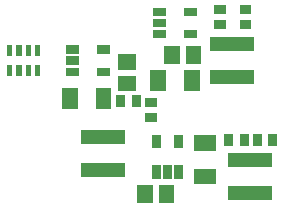
<source format=gbr>
G04 start of page 11 for group -4014 idx -4014 *
G04 Title: led, bottompaste *
G04 Creator: pcb 20140316 *
G04 CreationDate: Fri 12 Jan 2018 06:22:56 AM GMT UTC *
G04 For: brian *
G04 Format: Gerber/RS-274X *
G04 PCB-Dimensions (mil): 6000.00 5000.00 *
G04 PCB-Coordinate-Origin: lower left *
%MOIN*%
%FSLAX25Y25*%
%LNBOTTOMPASTE*%
%ADD66R,0.0177X0.0177*%
%ADD65R,0.0528X0.0528*%
%ADD64R,0.0512X0.0512*%
%ADD63R,0.0280X0.0280*%
%ADD62R,0.0472X0.0472*%
%ADD61R,0.0295X0.0295*%
G54D61*X135008Y435441D02*X135992D01*
X135008Y440559D02*X135992D01*
X126508D02*X127492D01*
X126508Y435441D02*X127492D01*
G54D62*X126079Y417988D02*X135921D01*
X126079Y429012D02*X135921D01*
G54D63*X106100Y432300D02*X107700D01*
X106100Y436000D02*X107700D01*
X106100Y439700D02*X107700D01*
X116300D02*X117900D01*
X116300Y432300D02*X117900D01*
G54D64*X118043Y425893D02*Y425107D01*
X110957Y425893D02*Y425107D01*
G54D62*X132079Y379488D02*X141921D01*
X132079Y390512D02*X141921D01*
G54D61*X144559Y397492D02*Y396508D01*
X139441Y397492D02*Y396508D01*
X135059Y397492D02*Y396508D01*
X129941Y397492D02*Y396508D01*
G54D64*X101957Y379393D02*Y378607D01*
X109043Y379393D02*Y378607D01*
G54D63*X113200Y387200D02*Y385600D01*
X109500Y387200D02*Y385600D01*
X105800Y387200D02*Y385600D01*
Y397400D02*Y395800D01*
X113200Y397400D02*Y395800D01*
G54D65*X121094Y384870D02*X122906D01*
X121094Y396130D02*X122906D01*
G54D62*X83079Y386988D02*X92921D01*
X83079Y398012D02*X92921D01*
G54D61*X103508Y404441D02*X104492D01*
X103508Y409559D02*X104492D01*
G54D65*X106370Y417906D02*Y416094D01*
X117630Y417906D02*Y416094D01*
G54D66*X66224Y427732D02*Y425961D01*
Y421039D02*Y419268D01*
X63075Y427732D02*Y425961D01*
Y421039D02*Y419268D01*
X59925Y427732D02*Y425961D01*
Y421039D02*Y419268D01*
X56776Y427732D02*Y425961D01*
Y421039D02*Y419268D01*
G54D64*X95607Y415957D02*X96393D01*
X95607Y423043D02*X96393D01*
G54D63*X77100Y419800D02*X78700D01*
X77100Y423500D02*X78700D01*
X77100Y427200D02*X78700D01*
X87300D02*X88900D01*
X87300Y419800D02*X88900D01*
G54D65*X76870Y411906D02*Y410094D01*
X88130Y411906D02*Y410094D01*
G54D61*X99059Y410492D02*Y409508D01*
X93941Y410492D02*Y409508D01*
M02*

</source>
